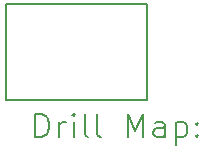
<source format=gbr>
%FSLAX45Y45*%
G04 Gerber Fmt 4.5, Leading zero omitted, Abs format (unit mm)*
G04 Created by KiCad (PCBNEW (6.0.4)) date 2023-08-09 13:59:38*
%MOMM*%
%LPD*%
G01*
G04 APERTURE LIST*
%TA.AperFunction,Profile*%
%ADD10C,0.200000*%
%TD*%
%ADD11C,0.200000*%
G04 APERTURE END LIST*
D10*
X9805000Y-9855000D02*
X11000000Y-9855000D01*
X11000000Y-9855000D02*
X11000000Y-10660000D01*
X11000000Y-10660000D02*
X9805000Y-10660000D01*
X9805000Y-10660000D02*
X9805000Y-9855000D01*
D11*
X10052619Y-10980476D02*
X10052619Y-10780476D01*
X10100238Y-10780476D01*
X10128810Y-10790000D01*
X10147857Y-10809048D01*
X10157381Y-10828095D01*
X10166905Y-10866190D01*
X10166905Y-10894762D01*
X10157381Y-10932857D01*
X10147857Y-10951905D01*
X10128810Y-10970952D01*
X10100238Y-10980476D01*
X10052619Y-10980476D01*
X10252619Y-10980476D02*
X10252619Y-10847143D01*
X10252619Y-10885238D02*
X10262143Y-10866190D01*
X10271667Y-10856667D01*
X10290714Y-10847143D01*
X10309762Y-10847143D01*
X10376429Y-10980476D02*
X10376429Y-10847143D01*
X10376429Y-10780476D02*
X10366905Y-10790000D01*
X10376429Y-10799524D01*
X10385952Y-10790000D01*
X10376429Y-10780476D01*
X10376429Y-10799524D01*
X10500238Y-10980476D02*
X10481190Y-10970952D01*
X10471667Y-10951905D01*
X10471667Y-10780476D01*
X10605000Y-10980476D02*
X10585952Y-10970952D01*
X10576429Y-10951905D01*
X10576429Y-10780476D01*
X10833571Y-10980476D02*
X10833571Y-10780476D01*
X10900238Y-10923333D01*
X10966905Y-10780476D01*
X10966905Y-10980476D01*
X11147857Y-10980476D02*
X11147857Y-10875714D01*
X11138333Y-10856667D01*
X11119286Y-10847143D01*
X11081190Y-10847143D01*
X11062143Y-10856667D01*
X11147857Y-10970952D02*
X11128810Y-10980476D01*
X11081190Y-10980476D01*
X11062143Y-10970952D01*
X11052619Y-10951905D01*
X11052619Y-10932857D01*
X11062143Y-10913810D01*
X11081190Y-10904286D01*
X11128810Y-10904286D01*
X11147857Y-10894762D01*
X11243095Y-10847143D02*
X11243095Y-11047143D01*
X11243095Y-10856667D02*
X11262143Y-10847143D01*
X11300238Y-10847143D01*
X11319286Y-10856667D01*
X11328809Y-10866190D01*
X11338333Y-10885238D01*
X11338333Y-10942381D01*
X11328809Y-10961429D01*
X11319286Y-10970952D01*
X11300238Y-10980476D01*
X11262143Y-10980476D01*
X11243095Y-10970952D01*
X11424048Y-10961429D02*
X11433571Y-10970952D01*
X11424048Y-10980476D01*
X11414524Y-10970952D01*
X11424048Y-10961429D01*
X11424048Y-10980476D01*
X11424048Y-10856667D02*
X11433571Y-10866190D01*
X11424048Y-10875714D01*
X11414524Y-10866190D01*
X11424048Y-10856667D01*
X11424048Y-10875714D01*
M02*

</source>
